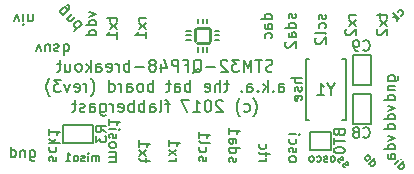
<source format=gbo>
G04 #@! TF.FileFunction,Legend,Bot*
%FSLAX46Y46*%
G04 Gerber Fmt 4.6, Leading zero omitted, Abs format (unit mm)*
G04 Created by KiCad (PCBNEW 4.0.7) date Monday, 20 November 2017 'AMt' 10:57:52*
%MOMM*%
%LPD*%
G01*
G04 APERTURE LIST*
%ADD10C,0.100000*%
%ADD11C,0.127000*%
%ADD12C,0.200000*%
%ADD13C,0.149860*%
%ADD14C,0.150000*%
%ADD15C,0.250000*%
G04 APERTURE END LIST*
D10*
D11*
X160149999Y-107809467D02*
X160149999Y-107342800D01*
X160149999Y-107409467D02*
X160116666Y-107376133D01*
X160049999Y-107342800D01*
X159949999Y-107342800D01*
X159883333Y-107376133D01*
X159849999Y-107442800D01*
X159849999Y-107809467D01*
X159849999Y-107442800D02*
X159816666Y-107376133D01*
X159749999Y-107342800D01*
X159649999Y-107342800D01*
X159583333Y-107376133D01*
X159549999Y-107442800D01*
X159549999Y-107809467D01*
X159216666Y-107809467D02*
X159216666Y-107342800D01*
X159216666Y-107109467D02*
X159250000Y-107142800D01*
X159216666Y-107176133D01*
X159183333Y-107142800D01*
X159216666Y-107109467D01*
X159216666Y-107176133D01*
X158916667Y-107776133D02*
X158850000Y-107809467D01*
X158716667Y-107809467D01*
X158650000Y-107776133D01*
X158616667Y-107709467D01*
X158616667Y-107676133D01*
X158650000Y-107609467D01*
X158716667Y-107576133D01*
X158816667Y-107576133D01*
X158883333Y-107542800D01*
X158916667Y-107476133D01*
X158916667Y-107442800D01*
X158883333Y-107376133D01*
X158816667Y-107342800D01*
X158716667Y-107342800D01*
X158650000Y-107376133D01*
X158216666Y-107809467D02*
X158283333Y-107776133D01*
X158316666Y-107742800D01*
X158350000Y-107676133D01*
X158350000Y-107476133D01*
X158316666Y-107409467D01*
X158283333Y-107376133D01*
X158216666Y-107342800D01*
X158116666Y-107342800D01*
X158050000Y-107376133D01*
X158016666Y-107409467D01*
X157983333Y-107476133D01*
X157983333Y-107676133D01*
X158016666Y-107742800D01*
X158050000Y-107776133D01*
X158116666Y-107809467D01*
X158216666Y-107809467D01*
X157316667Y-107809467D02*
X157716667Y-107809467D01*
X157516667Y-107809467D02*
X157516667Y-107109467D01*
X157583333Y-107209467D01*
X157650000Y-107276133D01*
X157716667Y-107309467D01*
X180954067Y-108329760D02*
X180883355Y-108306190D01*
X180789075Y-108211909D01*
X180765505Y-108141198D01*
X180789075Y-108070488D01*
X180812645Y-108046917D01*
X180883355Y-108023347D01*
X180954067Y-108046917D01*
X181024777Y-108117628D01*
X181095487Y-108141198D01*
X181166199Y-108117628D01*
X181189769Y-108094058D01*
X181213339Y-108023347D01*
X181189769Y-107952637D01*
X181119058Y-107881926D01*
X181048347Y-107858355D01*
X180553373Y-107929066D02*
X180482661Y-107905496D01*
X180388381Y-107811215D01*
X180364811Y-107740504D01*
X180388381Y-107669794D01*
X180411951Y-107646223D01*
X180482661Y-107622653D01*
X180553373Y-107646223D01*
X180624083Y-107716934D01*
X180694793Y-107740504D01*
X180765505Y-107716934D01*
X180789075Y-107693364D01*
X180812645Y-107622653D01*
X180789075Y-107551943D01*
X180718364Y-107481232D01*
X180647653Y-107457661D01*
D12*
X174806429Y-100177762D02*
X174663572Y-100225381D01*
X174425476Y-100225381D01*
X174330238Y-100177762D01*
X174282619Y-100130143D01*
X174235000Y-100034905D01*
X174235000Y-99939667D01*
X174282619Y-99844429D01*
X174330238Y-99796810D01*
X174425476Y-99749190D01*
X174615953Y-99701571D01*
X174711191Y-99653952D01*
X174758810Y-99606333D01*
X174806429Y-99511095D01*
X174806429Y-99415857D01*
X174758810Y-99320619D01*
X174711191Y-99273000D01*
X174615953Y-99225381D01*
X174377857Y-99225381D01*
X174235000Y-99273000D01*
X173949286Y-99225381D02*
X173377857Y-99225381D01*
X173663572Y-100225381D02*
X173663572Y-99225381D01*
X173044524Y-100225381D02*
X173044524Y-99225381D01*
X172711190Y-99939667D01*
X172377857Y-99225381D01*
X172377857Y-100225381D01*
X171996905Y-99225381D02*
X171377857Y-99225381D01*
X171711191Y-99606333D01*
X171568333Y-99606333D01*
X171473095Y-99653952D01*
X171425476Y-99701571D01*
X171377857Y-99796810D01*
X171377857Y-100034905D01*
X171425476Y-100130143D01*
X171473095Y-100177762D01*
X171568333Y-100225381D01*
X171854048Y-100225381D01*
X171949286Y-100177762D01*
X171996905Y-100130143D01*
X170996905Y-99320619D02*
X170949286Y-99273000D01*
X170854048Y-99225381D01*
X170615952Y-99225381D01*
X170520714Y-99273000D01*
X170473095Y-99320619D01*
X170425476Y-99415857D01*
X170425476Y-99511095D01*
X170473095Y-99653952D01*
X171044524Y-100225381D01*
X170425476Y-100225381D01*
X169996905Y-99844429D02*
X169235000Y-99844429D01*
X168092143Y-100320619D02*
X168187381Y-100273000D01*
X168282619Y-100177762D01*
X168425476Y-100034905D01*
X168520715Y-99987286D01*
X168615953Y-99987286D01*
X168568334Y-100225381D02*
X168663572Y-100177762D01*
X168758810Y-100082524D01*
X168806429Y-99892048D01*
X168806429Y-99558714D01*
X168758810Y-99368238D01*
X168663572Y-99273000D01*
X168568334Y-99225381D01*
X168377857Y-99225381D01*
X168282619Y-99273000D01*
X168187381Y-99368238D01*
X168139762Y-99558714D01*
X168139762Y-99892048D01*
X168187381Y-100082524D01*
X168282619Y-100177762D01*
X168377857Y-100225381D01*
X168568334Y-100225381D01*
X167377857Y-99701571D02*
X167711191Y-99701571D01*
X167711191Y-100225381D02*
X167711191Y-99225381D01*
X167235000Y-99225381D01*
X166854048Y-100225381D02*
X166854048Y-99225381D01*
X166473095Y-99225381D01*
X166377857Y-99273000D01*
X166330238Y-99320619D01*
X166282619Y-99415857D01*
X166282619Y-99558714D01*
X166330238Y-99653952D01*
X166377857Y-99701571D01*
X166473095Y-99749190D01*
X166854048Y-99749190D01*
X165425476Y-99558714D02*
X165425476Y-100225381D01*
X165663572Y-99177762D02*
X165901667Y-99892048D01*
X165282619Y-99892048D01*
X164758810Y-99653952D02*
X164854048Y-99606333D01*
X164901667Y-99558714D01*
X164949286Y-99463476D01*
X164949286Y-99415857D01*
X164901667Y-99320619D01*
X164854048Y-99273000D01*
X164758810Y-99225381D01*
X164568333Y-99225381D01*
X164473095Y-99273000D01*
X164425476Y-99320619D01*
X164377857Y-99415857D01*
X164377857Y-99463476D01*
X164425476Y-99558714D01*
X164473095Y-99606333D01*
X164568333Y-99653952D01*
X164758810Y-99653952D01*
X164854048Y-99701571D01*
X164901667Y-99749190D01*
X164949286Y-99844429D01*
X164949286Y-100034905D01*
X164901667Y-100130143D01*
X164854048Y-100177762D01*
X164758810Y-100225381D01*
X164568333Y-100225381D01*
X164473095Y-100177762D01*
X164425476Y-100130143D01*
X164377857Y-100034905D01*
X164377857Y-99844429D01*
X164425476Y-99749190D01*
X164473095Y-99701571D01*
X164568333Y-99653952D01*
X163949286Y-99844429D02*
X163187381Y-99844429D01*
X162711191Y-100225381D02*
X162711191Y-99225381D01*
X162711191Y-99606333D02*
X162615953Y-99558714D01*
X162425476Y-99558714D01*
X162330238Y-99606333D01*
X162282619Y-99653952D01*
X162235000Y-99749190D01*
X162235000Y-100034905D01*
X162282619Y-100130143D01*
X162330238Y-100177762D01*
X162425476Y-100225381D01*
X162615953Y-100225381D01*
X162711191Y-100177762D01*
X161806429Y-100225381D02*
X161806429Y-99558714D01*
X161806429Y-99749190D02*
X161758810Y-99653952D01*
X161711191Y-99606333D01*
X161615953Y-99558714D01*
X161520714Y-99558714D01*
X160806428Y-100177762D02*
X160901666Y-100225381D01*
X161092143Y-100225381D01*
X161187381Y-100177762D01*
X161235000Y-100082524D01*
X161235000Y-99701571D01*
X161187381Y-99606333D01*
X161092143Y-99558714D01*
X160901666Y-99558714D01*
X160806428Y-99606333D01*
X160758809Y-99701571D01*
X160758809Y-99796810D01*
X161235000Y-99892048D01*
X159901666Y-100225381D02*
X159901666Y-99701571D01*
X159949285Y-99606333D01*
X160044523Y-99558714D01*
X160235000Y-99558714D01*
X160330238Y-99606333D01*
X159901666Y-100177762D02*
X159996904Y-100225381D01*
X160235000Y-100225381D01*
X160330238Y-100177762D01*
X160377857Y-100082524D01*
X160377857Y-99987286D01*
X160330238Y-99892048D01*
X160235000Y-99844429D01*
X159996904Y-99844429D01*
X159901666Y-99796810D01*
X159425476Y-100225381D02*
X159425476Y-99225381D01*
X159330238Y-99844429D02*
X159044523Y-100225381D01*
X159044523Y-99558714D02*
X159425476Y-99939667D01*
X158473095Y-100225381D02*
X158568333Y-100177762D01*
X158615952Y-100130143D01*
X158663571Y-100034905D01*
X158663571Y-99749190D01*
X158615952Y-99653952D01*
X158568333Y-99606333D01*
X158473095Y-99558714D01*
X158330237Y-99558714D01*
X158234999Y-99606333D01*
X158187380Y-99653952D01*
X158139761Y-99749190D01*
X158139761Y-100034905D01*
X158187380Y-100130143D01*
X158234999Y-100177762D01*
X158330237Y-100225381D01*
X158473095Y-100225381D01*
X157282618Y-99558714D02*
X157282618Y-100225381D01*
X157711190Y-99558714D02*
X157711190Y-100082524D01*
X157663571Y-100177762D01*
X157568333Y-100225381D01*
X157425475Y-100225381D01*
X157330237Y-100177762D01*
X157282618Y-100130143D01*
X156949285Y-99558714D02*
X156568333Y-99558714D01*
X156806428Y-99225381D02*
X156806428Y-100082524D01*
X156758809Y-100177762D01*
X156663571Y-100225381D01*
X156568333Y-100225381D01*
X175354049Y-101925381D02*
X175354049Y-101401571D01*
X175401668Y-101306333D01*
X175496906Y-101258714D01*
X175687383Y-101258714D01*
X175782621Y-101306333D01*
X175354049Y-101877762D02*
X175449287Y-101925381D01*
X175687383Y-101925381D01*
X175782621Y-101877762D01*
X175830240Y-101782524D01*
X175830240Y-101687286D01*
X175782621Y-101592048D01*
X175687383Y-101544429D01*
X175449287Y-101544429D01*
X175354049Y-101496810D01*
X174877859Y-101830143D02*
X174830240Y-101877762D01*
X174877859Y-101925381D01*
X174925478Y-101877762D01*
X174877859Y-101830143D01*
X174877859Y-101925381D01*
X174401669Y-101925381D02*
X174401669Y-100925381D01*
X174306431Y-101544429D02*
X174020716Y-101925381D01*
X174020716Y-101258714D02*
X174401669Y-101639667D01*
X173592145Y-101830143D02*
X173544526Y-101877762D01*
X173592145Y-101925381D01*
X173639764Y-101877762D01*
X173592145Y-101830143D01*
X173592145Y-101925381D01*
X172687383Y-101925381D02*
X172687383Y-101401571D01*
X172735002Y-101306333D01*
X172830240Y-101258714D01*
X173020717Y-101258714D01*
X173115955Y-101306333D01*
X172687383Y-101877762D02*
X172782621Y-101925381D01*
X173020717Y-101925381D01*
X173115955Y-101877762D01*
X173163574Y-101782524D01*
X173163574Y-101687286D01*
X173115955Y-101592048D01*
X173020717Y-101544429D01*
X172782621Y-101544429D01*
X172687383Y-101496810D01*
X172211193Y-101830143D02*
X172163574Y-101877762D01*
X172211193Y-101925381D01*
X172258812Y-101877762D01*
X172211193Y-101830143D01*
X172211193Y-101925381D01*
X171115955Y-101258714D02*
X170735003Y-101258714D01*
X170973098Y-100925381D02*
X170973098Y-101782524D01*
X170925479Y-101877762D01*
X170830241Y-101925381D01*
X170735003Y-101925381D01*
X170401669Y-101925381D02*
X170401669Y-100925381D01*
X169973097Y-101925381D02*
X169973097Y-101401571D01*
X170020716Y-101306333D01*
X170115954Y-101258714D01*
X170258812Y-101258714D01*
X170354050Y-101306333D01*
X170401669Y-101353952D01*
X169115954Y-101877762D02*
X169211192Y-101925381D01*
X169401669Y-101925381D01*
X169496907Y-101877762D01*
X169544526Y-101782524D01*
X169544526Y-101401571D01*
X169496907Y-101306333D01*
X169401669Y-101258714D01*
X169211192Y-101258714D01*
X169115954Y-101306333D01*
X169068335Y-101401571D01*
X169068335Y-101496810D01*
X169544526Y-101592048D01*
X167877859Y-101925381D02*
X167877859Y-100925381D01*
X167877859Y-101306333D02*
X167782621Y-101258714D01*
X167592144Y-101258714D01*
X167496906Y-101306333D01*
X167449287Y-101353952D01*
X167401668Y-101449190D01*
X167401668Y-101734905D01*
X167449287Y-101830143D01*
X167496906Y-101877762D01*
X167592144Y-101925381D01*
X167782621Y-101925381D01*
X167877859Y-101877762D01*
X166544525Y-101925381D02*
X166544525Y-101401571D01*
X166592144Y-101306333D01*
X166687382Y-101258714D01*
X166877859Y-101258714D01*
X166973097Y-101306333D01*
X166544525Y-101877762D02*
X166639763Y-101925381D01*
X166877859Y-101925381D01*
X166973097Y-101877762D01*
X167020716Y-101782524D01*
X167020716Y-101687286D01*
X166973097Y-101592048D01*
X166877859Y-101544429D01*
X166639763Y-101544429D01*
X166544525Y-101496810D01*
X166211192Y-101258714D02*
X165830240Y-101258714D01*
X166068335Y-100925381D02*
X166068335Y-101782524D01*
X166020716Y-101877762D01*
X165925478Y-101925381D01*
X165830240Y-101925381D01*
X164735001Y-101925381D02*
X164735001Y-100925381D01*
X164735001Y-101306333D02*
X164639763Y-101258714D01*
X164449286Y-101258714D01*
X164354048Y-101306333D01*
X164306429Y-101353952D01*
X164258810Y-101449190D01*
X164258810Y-101734905D01*
X164306429Y-101830143D01*
X164354048Y-101877762D01*
X164449286Y-101925381D01*
X164639763Y-101925381D01*
X164735001Y-101877762D01*
X163687382Y-101925381D02*
X163782620Y-101877762D01*
X163830239Y-101830143D01*
X163877858Y-101734905D01*
X163877858Y-101449190D01*
X163830239Y-101353952D01*
X163782620Y-101306333D01*
X163687382Y-101258714D01*
X163544524Y-101258714D01*
X163449286Y-101306333D01*
X163401667Y-101353952D01*
X163354048Y-101449190D01*
X163354048Y-101734905D01*
X163401667Y-101830143D01*
X163449286Y-101877762D01*
X163544524Y-101925381D01*
X163687382Y-101925381D01*
X162496905Y-101925381D02*
X162496905Y-101401571D01*
X162544524Y-101306333D01*
X162639762Y-101258714D01*
X162830239Y-101258714D01*
X162925477Y-101306333D01*
X162496905Y-101877762D02*
X162592143Y-101925381D01*
X162830239Y-101925381D01*
X162925477Y-101877762D01*
X162973096Y-101782524D01*
X162973096Y-101687286D01*
X162925477Y-101592048D01*
X162830239Y-101544429D01*
X162592143Y-101544429D01*
X162496905Y-101496810D01*
X162020715Y-101925381D02*
X162020715Y-101258714D01*
X162020715Y-101449190D02*
X161973096Y-101353952D01*
X161925477Y-101306333D01*
X161830239Y-101258714D01*
X161735000Y-101258714D01*
X160973095Y-101925381D02*
X160973095Y-100925381D01*
X160973095Y-101877762D02*
X161068333Y-101925381D01*
X161258810Y-101925381D01*
X161354048Y-101877762D01*
X161401667Y-101830143D01*
X161449286Y-101734905D01*
X161449286Y-101449190D01*
X161401667Y-101353952D01*
X161354048Y-101306333D01*
X161258810Y-101258714D01*
X161068333Y-101258714D01*
X160973095Y-101306333D01*
X159449285Y-102306333D02*
X159496905Y-102258714D01*
X159592143Y-102115857D01*
X159639762Y-102020619D01*
X159687381Y-101877762D01*
X159735000Y-101639667D01*
X159735000Y-101449190D01*
X159687381Y-101211095D01*
X159639762Y-101068238D01*
X159592143Y-100973000D01*
X159496905Y-100830143D01*
X159449285Y-100782524D01*
X159068333Y-101925381D02*
X159068333Y-101258714D01*
X159068333Y-101449190D02*
X159020714Y-101353952D01*
X158973095Y-101306333D01*
X158877857Y-101258714D01*
X158782618Y-101258714D01*
X158068332Y-101877762D02*
X158163570Y-101925381D01*
X158354047Y-101925381D01*
X158449285Y-101877762D01*
X158496904Y-101782524D01*
X158496904Y-101401571D01*
X158449285Y-101306333D01*
X158354047Y-101258714D01*
X158163570Y-101258714D01*
X158068332Y-101306333D01*
X158020713Y-101401571D01*
X158020713Y-101496810D01*
X158496904Y-101592048D01*
X157687380Y-101258714D02*
X157449285Y-101925381D01*
X157211189Y-101258714D01*
X156925475Y-100925381D02*
X156306427Y-100925381D01*
X156639761Y-101306333D01*
X156496903Y-101306333D01*
X156401665Y-101353952D01*
X156354046Y-101401571D01*
X156306427Y-101496810D01*
X156306427Y-101734905D01*
X156354046Y-101830143D01*
X156401665Y-101877762D01*
X156496903Y-101925381D01*
X156782618Y-101925381D01*
X156877856Y-101877762D01*
X156925475Y-101830143D01*
X155973094Y-102306333D02*
X155925475Y-102258714D01*
X155830237Y-102115857D01*
X155782618Y-102020619D01*
X155734999Y-101877762D01*
X155687380Y-101639667D01*
X155687380Y-101449190D01*
X155734999Y-101211095D01*
X155782618Y-101068238D01*
X155830237Y-100973000D01*
X155925475Y-100830143D01*
X155973094Y-100782524D01*
X173211192Y-104006333D02*
X173258812Y-103958714D01*
X173354050Y-103815857D01*
X173401669Y-103720619D01*
X173449288Y-103577762D01*
X173496907Y-103339667D01*
X173496907Y-103149190D01*
X173449288Y-102911095D01*
X173401669Y-102768238D01*
X173354050Y-102673000D01*
X173258812Y-102530143D01*
X173211192Y-102482524D01*
X172401668Y-103577762D02*
X172496906Y-103625381D01*
X172687383Y-103625381D01*
X172782621Y-103577762D01*
X172830240Y-103530143D01*
X172877859Y-103434905D01*
X172877859Y-103149190D01*
X172830240Y-103053952D01*
X172782621Y-103006333D01*
X172687383Y-102958714D01*
X172496906Y-102958714D01*
X172401668Y-103006333D01*
X172068335Y-104006333D02*
X172020716Y-103958714D01*
X171925478Y-103815857D01*
X171877859Y-103720619D01*
X171830240Y-103577762D01*
X171782621Y-103339667D01*
X171782621Y-103149190D01*
X171830240Y-102911095D01*
X171877859Y-102768238D01*
X171925478Y-102673000D01*
X172020716Y-102530143D01*
X172068335Y-102482524D01*
X170592144Y-102720619D02*
X170544525Y-102673000D01*
X170449287Y-102625381D01*
X170211191Y-102625381D01*
X170115953Y-102673000D01*
X170068334Y-102720619D01*
X170020715Y-102815857D01*
X170020715Y-102911095D01*
X170068334Y-103053952D01*
X170639763Y-103625381D01*
X170020715Y-103625381D01*
X169401668Y-102625381D02*
X169306429Y-102625381D01*
X169211191Y-102673000D01*
X169163572Y-102720619D01*
X169115953Y-102815857D01*
X169068334Y-103006333D01*
X169068334Y-103244429D01*
X169115953Y-103434905D01*
X169163572Y-103530143D01*
X169211191Y-103577762D01*
X169306429Y-103625381D01*
X169401668Y-103625381D01*
X169496906Y-103577762D01*
X169544525Y-103530143D01*
X169592144Y-103434905D01*
X169639763Y-103244429D01*
X169639763Y-103006333D01*
X169592144Y-102815857D01*
X169544525Y-102720619D01*
X169496906Y-102673000D01*
X169401668Y-102625381D01*
X168115953Y-103625381D02*
X168687382Y-103625381D01*
X168401668Y-103625381D02*
X168401668Y-102625381D01*
X168496906Y-102768238D01*
X168592144Y-102863476D01*
X168687382Y-102911095D01*
X167782620Y-102625381D02*
X167115953Y-102625381D01*
X167544525Y-103625381D01*
X166115953Y-102958714D02*
X165735001Y-102958714D01*
X165973096Y-103625381D02*
X165973096Y-102768238D01*
X165925477Y-102673000D01*
X165830239Y-102625381D01*
X165735001Y-102625381D01*
X165258810Y-103625381D02*
X165354048Y-103577762D01*
X165401667Y-103482524D01*
X165401667Y-102625381D01*
X164449285Y-103625381D02*
X164449285Y-103101571D01*
X164496904Y-103006333D01*
X164592142Y-102958714D01*
X164782619Y-102958714D01*
X164877857Y-103006333D01*
X164449285Y-103577762D02*
X164544523Y-103625381D01*
X164782619Y-103625381D01*
X164877857Y-103577762D01*
X164925476Y-103482524D01*
X164925476Y-103387286D01*
X164877857Y-103292048D01*
X164782619Y-103244429D01*
X164544523Y-103244429D01*
X164449285Y-103196810D01*
X163973095Y-103625381D02*
X163973095Y-102625381D01*
X163973095Y-103006333D02*
X163877857Y-102958714D01*
X163687380Y-102958714D01*
X163592142Y-103006333D01*
X163544523Y-103053952D01*
X163496904Y-103149190D01*
X163496904Y-103434905D01*
X163544523Y-103530143D01*
X163592142Y-103577762D01*
X163687380Y-103625381D01*
X163877857Y-103625381D01*
X163973095Y-103577762D01*
X163068333Y-103625381D02*
X163068333Y-102625381D01*
X163068333Y-103006333D02*
X162973095Y-102958714D01*
X162782618Y-102958714D01*
X162687380Y-103006333D01*
X162639761Y-103053952D01*
X162592142Y-103149190D01*
X162592142Y-103434905D01*
X162639761Y-103530143D01*
X162687380Y-103577762D01*
X162782618Y-103625381D01*
X162973095Y-103625381D01*
X163068333Y-103577762D01*
X161782618Y-103577762D02*
X161877856Y-103625381D01*
X162068333Y-103625381D01*
X162163571Y-103577762D01*
X162211190Y-103482524D01*
X162211190Y-103101571D01*
X162163571Y-103006333D01*
X162068333Y-102958714D01*
X161877856Y-102958714D01*
X161782618Y-103006333D01*
X161734999Y-103101571D01*
X161734999Y-103196810D01*
X162211190Y-103292048D01*
X161306428Y-103625381D02*
X161306428Y-102958714D01*
X161306428Y-103149190D02*
X161258809Y-103053952D01*
X161211190Y-103006333D01*
X161115952Y-102958714D01*
X161020713Y-102958714D01*
X160258808Y-102958714D02*
X160258808Y-103768238D01*
X160306427Y-103863476D01*
X160354046Y-103911095D01*
X160449285Y-103958714D01*
X160592142Y-103958714D01*
X160687380Y-103911095D01*
X160258808Y-103577762D02*
X160354046Y-103625381D01*
X160544523Y-103625381D01*
X160639761Y-103577762D01*
X160687380Y-103530143D01*
X160734999Y-103434905D01*
X160734999Y-103149190D01*
X160687380Y-103053952D01*
X160639761Y-103006333D01*
X160544523Y-102958714D01*
X160354046Y-102958714D01*
X160258808Y-103006333D01*
X159354046Y-103625381D02*
X159354046Y-103101571D01*
X159401665Y-103006333D01*
X159496903Y-102958714D01*
X159687380Y-102958714D01*
X159782618Y-103006333D01*
X159354046Y-103577762D02*
X159449284Y-103625381D01*
X159687380Y-103625381D01*
X159782618Y-103577762D01*
X159830237Y-103482524D01*
X159830237Y-103387286D01*
X159782618Y-103292048D01*
X159687380Y-103244429D01*
X159449284Y-103244429D01*
X159354046Y-103196810D01*
X158925475Y-103577762D02*
X158830237Y-103625381D01*
X158639761Y-103625381D01*
X158544522Y-103577762D01*
X158496903Y-103482524D01*
X158496903Y-103434905D01*
X158544522Y-103339667D01*
X158639761Y-103292048D01*
X158782618Y-103292048D01*
X158877856Y-103244429D01*
X158925475Y-103149190D01*
X158925475Y-103101571D01*
X158877856Y-103006333D01*
X158782618Y-102958714D01*
X158639761Y-102958714D01*
X158544522Y-103006333D01*
X158211189Y-102958714D02*
X157830237Y-102958714D01*
X158068332Y-102625381D02*
X158068332Y-103482524D01*
X158020713Y-103577762D01*
X157925475Y-103625381D01*
X157830237Y-103625381D01*
D13*
X177317763Y-100785023D02*
X176418603Y-100785023D01*
X177317763Y-101170377D02*
X176846774Y-101170377D01*
X176761140Y-101127560D01*
X176718323Y-101041926D01*
X176718323Y-100913474D01*
X176761140Y-100827840D01*
X176803957Y-100785023D01*
X177274946Y-101555732D02*
X177317763Y-101641366D01*
X177317763Y-101812634D01*
X177274946Y-101898269D01*
X177189311Y-101941086D01*
X177146494Y-101941086D01*
X177060860Y-101898269D01*
X177018043Y-101812634D01*
X177018043Y-101684183D01*
X176975226Y-101598549D01*
X176889591Y-101555732D01*
X176846774Y-101555732D01*
X176761140Y-101598549D01*
X176718323Y-101684183D01*
X176718323Y-101812634D01*
X176761140Y-101898269D01*
X177274946Y-102668977D02*
X177317763Y-102583343D01*
X177317763Y-102412074D01*
X177274946Y-102326440D01*
X177189311Y-102283623D01*
X176846774Y-102283623D01*
X176761140Y-102326440D01*
X176718323Y-102412074D01*
X176718323Y-102583343D01*
X176761140Y-102668977D01*
X176846774Y-102711794D01*
X176932409Y-102711794D01*
X177018043Y-102283623D01*
X171213054Y-107860374D02*
X171170237Y-107774740D01*
X171170237Y-107603472D01*
X171213054Y-107517837D01*
X171298689Y-107475020D01*
X171341506Y-107475020D01*
X171427140Y-107517837D01*
X171469957Y-107603472D01*
X171469957Y-107731923D01*
X171512774Y-107817557D01*
X171598409Y-107860374D01*
X171641226Y-107860374D01*
X171726860Y-107817557D01*
X171769677Y-107731923D01*
X171769677Y-107603472D01*
X171726860Y-107517837D01*
X171170237Y-106704312D02*
X172069397Y-106704312D01*
X171213054Y-106704312D02*
X171170237Y-106789946D01*
X171170237Y-106961215D01*
X171213054Y-107046849D01*
X171255871Y-107089666D01*
X171341506Y-107132483D01*
X171598409Y-107132483D01*
X171684043Y-107089666D01*
X171726860Y-107046849D01*
X171769677Y-106961215D01*
X171769677Y-106789946D01*
X171726860Y-106704312D01*
X171170237Y-105890786D02*
X171641226Y-105890786D01*
X171726860Y-105933603D01*
X171769677Y-106019237D01*
X171769677Y-106190506D01*
X171726860Y-106276140D01*
X171213054Y-105890786D02*
X171170237Y-105976420D01*
X171170237Y-106190506D01*
X171213054Y-106276140D01*
X171298689Y-106318957D01*
X171384323Y-106318957D01*
X171469957Y-106276140D01*
X171512774Y-106190506D01*
X171512774Y-105976420D01*
X171555591Y-105890786D01*
X171170237Y-104991626D02*
X171170237Y-105505431D01*
X171170237Y-105248529D02*
X172069397Y-105248529D01*
X171940946Y-105334163D01*
X171855311Y-105419797D01*
X171812494Y-105505431D01*
X168673054Y-107794697D02*
X168630237Y-107709063D01*
X168630237Y-107537795D01*
X168673054Y-107452160D01*
X168758689Y-107409343D01*
X168801506Y-107409343D01*
X168887140Y-107452160D01*
X168929957Y-107537795D01*
X168929957Y-107666246D01*
X168972774Y-107751880D01*
X169058409Y-107794697D01*
X169101226Y-107794697D01*
X169186860Y-107751880D01*
X169229677Y-107666246D01*
X169229677Y-107537795D01*
X169186860Y-107452160D01*
X168673054Y-106638635D02*
X168630237Y-106724269D01*
X168630237Y-106895538D01*
X168673054Y-106981172D01*
X168715871Y-107023989D01*
X168801506Y-107066806D01*
X169058409Y-107066806D01*
X169144043Y-107023989D01*
X169186860Y-106981172D01*
X169229677Y-106895538D01*
X169229677Y-106724269D01*
X169186860Y-106638635D01*
X168630237Y-106124829D02*
X168673054Y-106210463D01*
X168758689Y-106253280D01*
X169529397Y-106253280D01*
X168630237Y-105311303D02*
X168630237Y-105825108D01*
X168630237Y-105568206D02*
X169529397Y-105568206D01*
X169400946Y-105653840D01*
X169315311Y-105739474D01*
X169272494Y-105825108D01*
X166090237Y-107790342D02*
X166689677Y-107790342D01*
X166518409Y-107790342D02*
X166604043Y-107747525D01*
X166646860Y-107704708D01*
X166689677Y-107619074D01*
X166689677Y-107533439D01*
X166090237Y-107319354D02*
X166689677Y-106848365D01*
X166689677Y-107319354D02*
X166090237Y-106848365D01*
X166090237Y-106034840D02*
X166090237Y-106548645D01*
X166090237Y-106291743D02*
X166989397Y-106291743D01*
X166860946Y-106377377D01*
X166775311Y-106463011D01*
X166732494Y-106548645D01*
X164149677Y-107897386D02*
X164149677Y-107554849D01*
X164449397Y-107768934D02*
X163678689Y-107768934D01*
X163593054Y-107726117D01*
X163550237Y-107640483D01*
X163550237Y-107554849D01*
X163550237Y-107340763D02*
X164149677Y-106869774D01*
X164149677Y-107340763D02*
X163550237Y-106869774D01*
X163550237Y-106056249D02*
X163550237Y-106570054D01*
X163550237Y-106313152D02*
X164449397Y-106313152D01*
X164320946Y-106398786D01*
X164235311Y-106484420D01*
X164192494Y-106570054D01*
X155973054Y-107796148D02*
X155930237Y-107710514D01*
X155930237Y-107539246D01*
X155973054Y-107453611D01*
X156058689Y-107410794D01*
X156101506Y-107410794D01*
X156187140Y-107453611D01*
X156229957Y-107539246D01*
X156229957Y-107667697D01*
X156272774Y-107753331D01*
X156358409Y-107796148D01*
X156401226Y-107796148D01*
X156486860Y-107753331D01*
X156529677Y-107667697D01*
X156529677Y-107539246D01*
X156486860Y-107453611D01*
X155973054Y-106640086D02*
X155930237Y-106725720D01*
X155930237Y-106896989D01*
X155973054Y-106982623D01*
X156015871Y-107025440D01*
X156101506Y-107068257D01*
X156358409Y-107068257D01*
X156444043Y-107025440D01*
X156486860Y-106982623D01*
X156529677Y-106896989D01*
X156529677Y-106725720D01*
X156486860Y-106640086D01*
X155930237Y-106254731D02*
X156829397Y-106254731D01*
X156272774Y-106169097D02*
X155930237Y-105912194D01*
X156529677Y-105912194D02*
X156187140Y-106254731D01*
X155930237Y-105055852D02*
X155930237Y-105569657D01*
X155930237Y-105312755D02*
X156829397Y-105312755D01*
X156700946Y-105398389D01*
X156615311Y-105484023D01*
X156572494Y-105569657D01*
X161010237Y-107843319D02*
X161609677Y-107843319D01*
X161524043Y-107843319D02*
X161566860Y-107800502D01*
X161609677Y-107714868D01*
X161609677Y-107586416D01*
X161566860Y-107500782D01*
X161481226Y-107457965D01*
X161010237Y-107457965D01*
X161481226Y-107457965D02*
X161566860Y-107415148D01*
X161609677Y-107329514D01*
X161609677Y-107201062D01*
X161566860Y-107115428D01*
X161481226Y-107072611D01*
X161010237Y-107072611D01*
X161010237Y-106515988D02*
X161053054Y-106601622D01*
X161095871Y-106644439D01*
X161181506Y-106687256D01*
X161438409Y-106687256D01*
X161524043Y-106644439D01*
X161566860Y-106601622D01*
X161609677Y-106515988D01*
X161609677Y-106387536D01*
X161566860Y-106301902D01*
X161524043Y-106259085D01*
X161438409Y-106216268D01*
X161181506Y-106216268D01*
X161095871Y-106259085D01*
X161053054Y-106301902D01*
X161010237Y-106387536D01*
X161010237Y-106515988D01*
X161053054Y-105873730D02*
X161010237Y-105788096D01*
X161010237Y-105616828D01*
X161053054Y-105531193D01*
X161138689Y-105488376D01*
X161181506Y-105488376D01*
X161267140Y-105531193D01*
X161309957Y-105616828D01*
X161309957Y-105745279D01*
X161352774Y-105830913D01*
X161438409Y-105873730D01*
X161481226Y-105873730D01*
X161566860Y-105830913D01*
X161609677Y-105745279D01*
X161609677Y-105616828D01*
X161566860Y-105531193D01*
X161010237Y-105103022D02*
X161609677Y-105103022D01*
X161909397Y-105103022D02*
X161866580Y-105145839D01*
X161823763Y-105103022D01*
X161866580Y-105060205D01*
X161909397Y-105103022D01*
X161823763Y-105103022D01*
X161010237Y-104203863D02*
X161010237Y-104717668D01*
X161010237Y-104460766D02*
X161909397Y-104460766D01*
X161780946Y-104546400D01*
X161695311Y-104632034D01*
X161652494Y-104717668D01*
D11*
X183027933Y-108037768D02*
X183522908Y-107542793D01*
X183051504Y-108014197D02*
X183075074Y-108084909D01*
X183169355Y-108179189D01*
X183240066Y-108202759D01*
X183287206Y-108202759D01*
X183357917Y-108179189D01*
X183499339Y-108037768D01*
X183522908Y-107967057D01*
X183522909Y-107919917D01*
X183499338Y-107849206D01*
X183405057Y-107754925D01*
X183334347Y-107731355D01*
X182721521Y-107731355D02*
X182792232Y-107754925D01*
X182839372Y-107754925D01*
X182910083Y-107731355D01*
X183051505Y-107589934D01*
X183075074Y-107519223D01*
X183075075Y-107472083D01*
X183051504Y-107401372D01*
X182980793Y-107330661D01*
X182910083Y-107307091D01*
X182862942Y-107307091D01*
X182792232Y-107330661D01*
X182650811Y-107472083D01*
X182627240Y-107542793D01*
X182627241Y-107589934D01*
X182650810Y-107660645D01*
X182721521Y-107731355D01*
X185461867Y-108312702D02*
X185956842Y-107817727D01*
X185485438Y-108289131D02*
X185509008Y-108359843D01*
X185603289Y-108454123D01*
X185674000Y-108477693D01*
X185721140Y-108477693D01*
X185791851Y-108454123D01*
X185933273Y-108312702D01*
X185956842Y-108241991D01*
X185956843Y-108194851D01*
X185933272Y-108124140D01*
X185838991Y-108029859D01*
X185768281Y-108006289D01*
X185226165Y-108077000D02*
X185556149Y-107747017D01*
X185721140Y-107582025D02*
X185721141Y-107629166D01*
X185674000Y-107629165D01*
X185674000Y-107582025D01*
X185721140Y-107582025D01*
X185674000Y-107629165D01*
X185702842Y-95494851D02*
X185773553Y-95471281D01*
X185867834Y-95377001D01*
X185891404Y-95306289D01*
X185891404Y-95259149D01*
X185867834Y-95188438D01*
X185726413Y-95047017D01*
X185655702Y-95023447D01*
X185608561Y-95023447D01*
X185537851Y-95047017D01*
X185443570Y-95141298D01*
X185419999Y-95212009D01*
X185514281Y-95730554D02*
X185019306Y-95235579D01*
X185278579Y-95589132D02*
X185325719Y-95919115D01*
X184995736Y-95589132D02*
X185372859Y-95589133D01*
D13*
X183957323Y-95302614D02*
X183957323Y-95645151D01*
X183657603Y-95431066D02*
X184428311Y-95431066D01*
X184513946Y-95473883D01*
X184556763Y-95559517D01*
X184556763Y-95645151D01*
X184556763Y-95859237D02*
X183957323Y-96330226D01*
X183957323Y-95859237D02*
X184556763Y-96330226D01*
X183743237Y-96629946D02*
X183700420Y-96672763D01*
X183657603Y-96758397D01*
X183657603Y-96972483D01*
X183700420Y-97058117D01*
X183743237Y-97100934D01*
X183828871Y-97143751D01*
X183914506Y-97143751D01*
X184042957Y-97100934D01*
X184556763Y-96587128D01*
X184556763Y-97143751D01*
X181889763Y-95409658D02*
X181290323Y-95409658D01*
X181461591Y-95409658D02*
X181375957Y-95452475D01*
X181333140Y-95495292D01*
X181290323Y-95580926D01*
X181290323Y-95666561D01*
X181889763Y-95880646D02*
X181290323Y-96351635D01*
X181290323Y-95880646D02*
X181889763Y-96351635D01*
X181076237Y-96651355D02*
X181033420Y-96694172D01*
X180990603Y-96779806D01*
X180990603Y-96993892D01*
X181033420Y-97079526D01*
X181076237Y-97122343D01*
X181161871Y-97165160D01*
X181247506Y-97165160D01*
X181375957Y-97122343D01*
X181889763Y-96608537D01*
X181889763Y-97165160D01*
X173710237Y-107767483D02*
X174309677Y-107767483D01*
X174138409Y-107767483D02*
X174224043Y-107724666D01*
X174266860Y-107681849D01*
X174309677Y-107596215D01*
X174309677Y-107510580D01*
X174309677Y-107339312D02*
X174309677Y-106996775D01*
X174609397Y-107210860D02*
X173838689Y-107210860D01*
X173753054Y-107168043D01*
X173710237Y-107082409D01*
X173710237Y-106996775D01*
X173753054Y-106311700D02*
X173710237Y-106397334D01*
X173710237Y-106568603D01*
X173753054Y-106654237D01*
X173795871Y-106697054D01*
X173881506Y-106739871D01*
X174138409Y-106739871D01*
X174224043Y-106697054D01*
X174266860Y-106654237D01*
X174309677Y-106568603D01*
X174309677Y-106397334D01*
X174266860Y-106311700D01*
D11*
X179969199Y-107860267D02*
X180035866Y-107826933D01*
X180069199Y-107793600D01*
X180102533Y-107726933D01*
X180102533Y-107526933D01*
X180069199Y-107460267D01*
X180035866Y-107426933D01*
X179969199Y-107393600D01*
X179869199Y-107393600D01*
X179802533Y-107426933D01*
X179769199Y-107460267D01*
X179735866Y-107526933D01*
X179735866Y-107726933D01*
X179769199Y-107793600D01*
X179802533Y-107826933D01*
X179869199Y-107860267D01*
X179969199Y-107860267D01*
X179469200Y-107826933D02*
X179402533Y-107860267D01*
X179269200Y-107860267D01*
X179202533Y-107826933D01*
X179169200Y-107760267D01*
X179169200Y-107726933D01*
X179202533Y-107660267D01*
X179269200Y-107626933D01*
X179369200Y-107626933D01*
X179435866Y-107593600D01*
X179469200Y-107526933D01*
X179469200Y-107493600D01*
X179435866Y-107426933D01*
X179369200Y-107393600D01*
X179269200Y-107393600D01*
X179202533Y-107426933D01*
X178569199Y-107826933D02*
X178635866Y-107860267D01*
X178769199Y-107860267D01*
X178835866Y-107826933D01*
X178869199Y-107793600D01*
X178902533Y-107726933D01*
X178902533Y-107526933D01*
X178869199Y-107460267D01*
X178835866Y-107426933D01*
X178769199Y-107393600D01*
X178635866Y-107393600D01*
X178569199Y-107426933D01*
X178169199Y-107860267D02*
X178235866Y-107826933D01*
X178269199Y-107793600D01*
X178302533Y-107726933D01*
X178302533Y-107526933D01*
X178269199Y-107460267D01*
X178235866Y-107426933D01*
X178169199Y-107393600D01*
X178069199Y-107393600D01*
X178002533Y-107426933D01*
X177969199Y-107460267D01*
X177935866Y-107526933D01*
X177935866Y-107726933D01*
X177969199Y-107793600D01*
X178002533Y-107826933D01*
X178069199Y-107860267D01*
X178169199Y-107860267D01*
D13*
X176250237Y-107707611D02*
X176293054Y-107793245D01*
X176335871Y-107836062D01*
X176421506Y-107878879D01*
X176678409Y-107878879D01*
X176764043Y-107836062D01*
X176806860Y-107793245D01*
X176849677Y-107707611D01*
X176849677Y-107579159D01*
X176806860Y-107493525D01*
X176764043Y-107450708D01*
X176678409Y-107407891D01*
X176421506Y-107407891D01*
X176335871Y-107450708D01*
X176293054Y-107493525D01*
X176250237Y-107579159D01*
X176250237Y-107707611D01*
X176293054Y-107065353D02*
X176250237Y-106979719D01*
X176250237Y-106808451D01*
X176293054Y-106722816D01*
X176378689Y-106679999D01*
X176421506Y-106679999D01*
X176507140Y-106722816D01*
X176549957Y-106808451D01*
X176549957Y-106936902D01*
X176592774Y-107022536D01*
X176678409Y-107065353D01*
X176721226Y-107065353D01*
X176806860Y-107022536D01*
X176849677Y-106936902D01*
X176849677Y-106808451D01*
X176806860Y-106722816D01*
X176293054Y-105909291D02*
X176250237Y-105994925D01*
X176250237Y-106166194D01*
X176293054Y-106251828D01*
X176335871Y-106294645D01*
X176421506Y-106337462D01*
X176678409Y-106337462D01*
X176764043Y-106294645D01*
X176806860Y-106251828D01*
X176849677Y-106166194D01*
X176849677Y-105994925D01*
X176806860Y-105909291D01*
X176250237Y-105523936D02*
X176849677Y-105523936D01*
X177149397Y-105523936D02*
X177106580Y-105566753D01*
X177063763Y-105523936D01*
X177106580Y-105481119D01*
X177149397Y-105523936D01*
X177063763Y-105523936D01*
X179306946Y-95405303D02*
X179349763Y-95490937D01*
X179349763Y-95662205D01*
X179306946Y-95747840D01*
X179221311Y-95790657D01*
X179178494Y-95790657D01*
X179092860Y-95747840D01*
X179050043Y-95662205D01*
X179050043Y-95533754D01*
X179007226Y-95448120D01*
X178921591Y-95405303D01*
X178878774Y-95405303D01*
X178793140Y-95448120D01*
X178750323Y-95533754D01*
X178750323Y-95662205D01*
X178793140Y-95747840D01*
X179306946Y-96561365D02*
X179349763Y-96475731D01*
X179349763Y-96304462D01*
X179306946Y-96218828D01*
X179264129Y-96176011D01*
X179178494Y-96133194D01*
X178921591Y-96133194D01*
X178835957Y-96176011D01*
X178793140Y-96218828D01*
X178750323Y-96304462D01*
X178750323Y-96475731D01*
X178793140Y-96561365D01*
X179349763Y-97075171D02*
X179306946Y-96989537D01*
X179221311Y-96946720D01*
X178450603Y-96946720D01*
X178536237Y-97374892D02*
X178493420Y-97417709D01*
X178450603Y-97503343D01*
X178450603Y-97717429D01*
X178493420Y-97803063D01*
X178536237Y-97845880D01*
X178621871Y-97888697D01*
X178707506Y-97888697D01*
X178835957Y-97845880D01*
X179349763Y-97332074D01*
X179349763Y-97888697D01*
X176766946Y-95339626D02*
X176809763Y-95425260D01*
X176809763Y-95596528D01*
X176766946Y-95682163D01*
X176681311Y-95724980D01*
X176638494Y-95724980D01*
X176552860Y-95682163D01*
X176510043Y-95596528D01*
X176510043Y-95468077D01*
X176467226Y-95382443D01*
X176381591Y-95339626D01*
X176338774Y-95339626D01*
X176253140Y-95382443D01*
X176210323Y-95468077D01*
X176210323Y-95596528D01*
X176253140Y-95682163D01*
X176809763Y-96495688D02*
X175910603Y-96495688D01*
X176766946Y-96495688D02*
X176809763Y-96410054D01*
X176809763Y-96238785D01*
X176766946Y-96153151D01*
X176724129Y-96110334D01*
X176638494Y-96067517D01*
X176381591Y-96067517D01*
X176295957Y-96110334D01*
X176253140Y-96153151D01*
X176210323Y-96238785D01*
X176210323Y-96410054D01*
X176253140Y-96495688D01*
X176809763Y-97309214D02*
X176338774Y-97309214D01*
X176253140Y-97266397D01*
X176210323Y-97180763D01*
X176210323Y-97009494D01*
X176253140Y-96923860D01*
X176766946Y-97309214D02*
X176809763Y-97223580D01*
X176809763Y-97009494D01*
X176766946Y-96923860D01*
X176681311Y-96881043D01*
X176595677Y-96881043D01*
X176510043Y-96923860D01*
X176467226Y-97009494D01*
X176467226Y-97223580D01*
X176424409Y-97309214D01*
X175996237Y-97694569D02*
X175953420Y-97737386D01*
X175910603Y-97823020D01*
X175910603Y-98037106D01*
X175953420Y-98122740D01*
X175996237Y-98165557D01*
X176081871Y-98208374D01*
X176167506Y-98208374D01*
X176295957Y-98165557D01*
X176809763Y-97651751D01*
X176809763Y-98208374D01*
X174777763Y-95768160D02*
X173878603Y-95768160D01*
X174734946Y-95768160D02*
X174777763Y-95682526D01*
X174777763Y-95511257D01*
X174734946Y-95425623D01*
X174692129Y-95382806D01*
X174606494Y-95339989D01*
X174349591Y-95339989D01*
X174263957Y-95382806D01*
X174221140Y-95425623D01*
X174178323Y-95511257D01*
X174178323Y-95682526D01*
X174221140Y-95768160D01*
X174777763Y-96581686D02*
X174306774Y-96581686D01*
X174221140Y-96538869D01*
X174178323Y-96453235D01*
X174178323Y-96281966D01*
X174221140Y-96196332D01*
X174734946Y-96581686D02*
X174777763Y-96496052D01*
X174777763Y-96281966D01*
X174734946Y-96196332D01*
X174649311Y-96153515D01*
X174563677Y-96153515D01*
X174478043Y-96196332D01*
X174435226Y-96281966D01*
X174435226Y-96496052D01*
X174392409Y-96581686D01*
X174734946Y-97395212D02*
X174777763Y-97309578D01*
X174777763Y-97138309D01*
X174734946Y-97052675D01*
X174692129Y-97009858D01*
X174606494Y-96967041D01*
X174349591Y-96967041D01*
X174263957Y-97009858D01*
X174221140Y-97052675D01*
X174178323Y-97138309D01*
X174178323Y-97309578D01*
X174221140Y-97395212D01*
X161071923Y-95582014D02*
X161071923Y-95924551D01*
X160772203Y-95710466D02*
X161542911Y-95710466D01*
X161628546Y-95753283D01*
X161671363Y-95838917D01*
X161671363Y-95924551D01*
X161671363Y-96138637D02*
X161071923Y-96609626D01*
X161071923Y-96138637D02*
X161671363Y-96609626D01*
X161671363Y-97423151D02*
X161671363Y-96909346D01*
X161671363Y-97166248D02*
X160772203Y-97166248D01*
X160900654Y-97080614D01*
X160986289Y-96994980D01*
X161029106Y-96909346D01*
X164109763Y-95663658D02*
X163510323Y-95663658D01*
X163681591Y-95663658D02*
X163595957Y-95706475D01*
X163553140Y-95749292D01*
X163510323Y-95834926D01*
X163510323Y-95920561D01*
X164109763Y-96134646D02*
X163510323Y-96605635D01*
X163510323Y-96134646D02*
X164109763Y-96605635D01*
X164109763Y-97419160D02*
X164109763Y-96905355D01*
X164109763Y-97162257D02*
X163210603Y-97162257D01*
X163339054Y-97076623D01*
X163424689Y-96990989D01*
X163467506Y-96905355D01*
X154818443Y-98490677D02*
X155032529Y-97891237D01*
X155246615Y-98490677D01*
X155974506Y-98490677D02*
X155974506Y-97891237D01*
X155589152Y-98490677D02*
X155589152Y-98019689D01*
X155631969Y-97934054D01*
X155717603Y-97891237D01*
X155846055Y-97891237D01*
X155931689Y-97934054D01*
X155974506Y-97976871D01*
X156359861Y-97934054D02*
X156445495Y-97891237D01*
X156616763Y-97891237D01*
X156702398Y-97934054D01*
X156745215Y-98019689D01*
X156745215Y-98062506D01*
X156702398Y-98148140D01*
X156616763Y-98190957D01*
X156488312Y-98190957D01*
X156402678Y-98233774D01*
X156359861Y-98319409D01*
X156359861Y-98362226D01*
X156402678Y-98447860D01*
X156488312Y-98490677D01*
X156616763Y-98490677D01*
X156702398Y-98447860D01*
X157130569Y-97891237D02*
X157130569Y-98790397D01*
X157130569Y-98447860D02*
X157216203Y-98490677D01*
X157387472Y-98490677D01*
X157473106Y-98447860D01*
X157515923Y-98405043D01*
X157558740Y-98319409D01*
X157558740Y-98062506D01*
X157515923Y-97976871D01*
X157473106Y-97934054D01*
X157387472Y-97891237D01*
X157216203Y-97891237D01*
X157130569Y-97934054D01*
X157082550Y-95429837D02*
X157597247Y-94915140D01*
X157627524Y-94824311D01*
X157627524Y-94763758D01*
X157597247Y-94672929D01*
X157506418Y-94582100D01*
X157415590Y-94551824D01*
X157476142Y-95036245D02*
X157445866Y-94945416D01*
X157324760Y-94824311D01*
X157233932Y-94794035D01*
X157173380Y-94794035D01*
X157082550Y-94824311D01*
X156900892Y-95005969D01*
X156870616Y-95096798D01*
X156870616Y-95157350D01*
X156900892Y-95248179D01*
X157021998Y-95369284D01*
X157112826Y-95399560D01*
X157385314Y-95732600D02*
X157809182Y-95308732D01*
X157445866Y-95672048D02*
X157445866Y-95732600D01*
X157476142Y-95823429D01*
X157566971Y-95914258D01*
X157657800Y-95944534D01*
X157748629Y-95914258D01*
X158081668Y-95581218D01*
X158656918Y-96156468D02*
X158021116Y-96792270D01*
X158626642Y-96186744D02*
X158596365Y-96095916D01*
X158475260Y-95974810D01*
X158384431Y-95944534D01*
X158323879Y-95944534D01*
X158233050Y-95974811D01*
X158051392Y-96156469D01*
X158021116Y-96247297D01*
X158021116Y-96307850D01*
X158051392Y-96398678D01*
X158172497Y-96519784D01*
X158263326Y-96550060D01*
X159293923Y-95162188D02*
X159893363Y-95376274D01*
X159293923Y-95590360D01*
X159893363Y-96318251D02*
X158994203Y-96318251D01*
X159850546Y-96318251D02*
X159893363Y-96232617D01*
X159893363Y-96061348D01*
X159850546Y-95975714D01*
X159807729Y-95932897D01*
X159722094Y-95890080D01*
X159465191Y-95890080D01*
X159379557Y-95932897D01*
X159336740Y-95975714D01*
X159293923Y-96061348D01*
X159293923Y-96232617D01*
X159336740Y-96318251D01*
X159893363Y-97131777D02*
X158994203Y-97131777D01*
X159850546Y-97131777D02*
X159893363Y-97046143D01*
X159893363Y-96874874D01*
X159850546Y-96789240D01*
X159807729Y-96746423D01*
X159722094Y-96703606D01*
X159465191Y-96703606D01*
X159379557Y-96746423D01*
X159336740Y-96789240D01*
X159293923Y-96874874D01*
X159293923Y-97046143D01*
X159336740Y-97131777D01*
X184592323Y-105652388D02*
X185191763Y-105866474D01*
X184592323Y-106080560D01*
X185191763Y-106808451D02*
X184292603Y-106808451D01*
X185148946Y-106808451D02*
X185191763Y-106722817D01*
X185191763Y-106551548D01*
X185148946Y-106465914D01*
X185106129Y-106423097D01*
X185020494Y-106380280D01*
X184763591Y-106380280D01*
X184677957Y-106423097D01*
X184635140Y-106465914D01*
X184592323Y-106551548D01*
X184592323Y-106722817D01*
X184635140Y-106808451D01*
X185191763Y-107621977D02*
X184720774Y-107621977D01*
X184635140Y-107579160D01*
X184592323Y-107493526D01*
X184592323Y-107322257D01*
X184635140Y-107236623D01*
X185148946Y-107621977D02*
X185191763Y-107536343D01*
X185191763Y-107322257D01*
X185148946Y-107236623D01*
X185063311Y-107193806D01*
X184977677Y-107193806D01*
X184892043Y-107236623D01*
X184849226Y-107322257D01*
X184849226Y-107536343D01*
X184806409Y-107621977D01*
X184592323Y-103112388D02*
X185191763Y-103326474D01*
X184592323Y-103540560D01*
X185191763Y-104268451D02*
X184292603Y-104268451D01*
X185148946Y-104268451D02*
X185191763Y-104182817D01*
X185191763Y-104011548D01*
X185148946Y-103925914D01*
X185106129Y-103883097D01*
X185020494Y-103840280D01*
X184763591Y-103840280D01*
X184677957Y-103883097D01*
X184635140Y-103925914D01*
X184592323Y-104011548D01*
X184592323Y-104182817D01*
X184635140Y-104268451D01*
X185191763Y-105081977D02*
X184292603Y-105081977D01*
X185148946Y-105081977D02*
X185191763Y-104996343D01*
X185191763Y-104825074D01*
X185148946Y-104739440D01*
X185106129Y-104696623D01*
X185020494Y-104653806D01*
X184763591Y-104653806D01*
X184677957Y-104696623D01*
X184635140Y-104739440D01*
X184592323Y-104825074D01*
X184592323Y-104996343D01*
X184635140Y-105081977D01*
X184592323Y-100979151D02*
X185320214Y-100979151D01*
X185405849Y-100936334D01*
X185448666Y-100893517D01*
X185491483Y-100807882D01*
X185491483Y-100679431D01*
X185448666Y-100593797D01*
X185148946Y-100979151D02*
X185191763Y-100893517D01*
X185191763Y-100722248D01*
X185148946Y-100636614D01*
X185106129Y-100593797D01*
X185020494Y-100550980D01*
X184763591Y-100550980D01*
X184677957Y-100593797D01*
X184635140Y-100636614D01*
X184592323Y-100722248D01*
X184592323Y-100893517D01*
X184635140Y-100979151D01*
X184592323Y-101407323D02*
X185191763Y-101407323D01*
X184677957Y-101407323D02*
X184635140Y-101450140D01*
X184592323Y-101535774D01*
X184592323Y-101664226D01*
X184635140Y-101749860D01*
X184720774Y-101792677D01*
X185191763Y-101792677D01*
X185191763Y-102606203D02*
X184292603Y-102606203D01*
X185148946Y-102606203D02*
X185191763Y-102520569D01*
X185191763Y-102349300D01*
X185148946Y-102263666D01*
X185106129Y-102220849D01*
X185020494Y-102178032D01*
X184763591Y-102178032D01*
X184677957Y-102220849D01*
X184635140Y-102263666D01*
X184592323Y-102349300D01*
X184592323Y-102520569D01*
X184635140Y-102606203D01*
X154290849Y-106868323D02*
X154290849Y-107596214D01*
X154333666Y-107681849D01*
X154376483Y-107724666D01*
X154462118Y-107767483D01*
X154590569Y-107767483D01*
X154676203Y-107724666D01*
X154290849Y-107424946D02*
X154376483Y-107467763D01*
X154547752Y-107467763D01*
X154633386Y-107424946D01*
X154676203Y-107382129D01*
X154719020Y-107296494D01*
X154719020Y-107039591D01*
X154676203Y-106953957D01*
X154633386Y-106911140D01*
X154547752Y-106868323D01*
X154376483Y-106868323D01*
X154290849Y-106911140D01*
X153862677Y-106868323D02*
X153862677Y-107467763D01*
X153862677Y-106953957D02*
X153819860Y-106911140D01*
X153734226Y-106868323D01*
X153605774Y-106868323D01*
X153520140Y-106911140D01*
X153477323Y-106996774D01*
X153477323Y-107467763D01*
X152663797Y-107467763D02*
X152663797Y-106568603D01*
X152663797Y-107424946D02*
X152749431Y-107467763D01*
X152920700Y-107467763D01*
X153006334Y-107424946D01*
X153049151Y-107382129D01*
X153091968Y-107296494D01*
X153091968Y-107039591D01*
X153049151Y-106953957D01*
X153006334Y-106911140D01*
X152920700Y-106868323D01*
X152749431Y-106868323D01*
X152663797Y-106911140D01*
X152962066Y-95950677D02*
X153176152Y-95351237D01*
X153390238Y-95950677D01*
X153732775Y-95351237D02*
X153732775Y-95950677D01*
X153732775Y-96250397D02*
X153689958Y-96207580D01*
X153732775Y-96164763D01*
X153775592Y-96207580D01*
X153732775Y-96250397D01*
X153732775Y-96164763D01*
X154160946Y-95950677D02*
X154160946Y-95351237D01*
X154160946Y-95865043D02*
X154203763Y-95907860D01*
X154289397Y-95950677D01*
X154417849Y-95950677D01*
X154503483Y-95907860D01*
X154546300Y-95822226D01*
X154546300Y-95351237D01*
X177966800Y-106857800D02*
X179766800Y-106857800D01*
X179766800Y-106857800D02*
X179766800Y-105333800D01*
X179766800Y-105333800D02*
X177966800Y-105333800D01*
X177966800Y-105333800D02*
X177966800Y-106857800D01*
D14*
X168910000Y-98552000D02*
X168910000Y-98171000D01*
X169291000Y-98552000D02*
X169291000Y-98171000D01*
X168529000Y-98552000D02*
X168529000Y-98171000D01*
X168529000Y-96139000D02*
X168529000Y-95758000D01*
X169291000Y-96139000D02*
X169291000Y-95758000D01*
X168910000Y-96139000D02*
X168910000Y-95758000D01*
X167513000Y-97155000D02*
X167894000Y-97155000D01*
X167513000Y-97536000D02*
X167894000Y-97536000D01*
X167513000Y-96774000D02*
X167894000Y-96774000D01*
X169926000Y-96774000D02*
X170307000Y-96774000D01*
X169926000Y-97536000D02*
X170307000Y-97536000D01*
X169926000Y-97155000D02*
X170307000Y-97155000D01*
D15*
X169418000Y-96520000D02*
X168402000Y-96520000D01*
X169545000Y-97663000D02*
X169545000Y-96647000D01*
X168402000Y-97790000D02*
X169418000Y-97790000D01*
X168275000Y-96647000D02*
X168275000Y-97663000D01*
D14*
X177624000Y-99152400D02*
X177924000Y-99152400D01*
X177624000Y-104352400D02*
X177924000Y-104352400D01*
X181024000Y-104352400D02*
X180724000Y-104352400D01*
X181024000Y-99152400D02*
X180724000Y-99152400D01*
X181024000Y-104352400D02*
X181024000Y-99152400D01*
X177624000Y-104352400D02*
X177624000Y-99152400D01*
D13*
X183134000Y-104648000D02*
X183134000Y-102108000D01*
X183134000Y-102108000D02*
X181610000Y-102108000D01*
X181610000Y-102108000D02*
X181610000Y-104648000D01*
X181610000Y-104648000D02*
X183134000Y-104648000D01*
X181610000Y-98806000D02*
X181610000Y-101346000D01*
X181610000Y-101346000D02*
X183134000Y-101346000D01*
X183134000Y-101346000D02*
X183134000Y-98806000D01*
X183134000Y-98806000D02*
X181610000Y-98806000D01*
X159588200Y-104749600D02*
X157048200Y-104749600D01*
X157048200Y-104749600D02*
X157048200Y-106273600D01*
X157048200Y-106273600D02*
X159588200Y-106273600D01*
X159588200Y-106273600D02*
X159588200Y-104749600D01*
X180453574Y-105389318D02*
X180496391Y-105517769D01*
X180539209Y-105560586D01*
X180624843Y-105603403D01*
X180753294Y-105603403D01*
X180838929Y-105560586D01*
X180881746Y-105517769D01*
X180924563Y-105432135D01*
X180924563Y-105089598D01*
X180025403Y-105089598D01*
X180025403Y-105389318D01*
X180068220Y-105474952D01*
X180111037Y-105517769D01*
X180196671Y-105560586D01*
X180282306Y-105560586D01*
X180367940Y-105517769D01*
X180410757Y-105474952D01*
X180453574Y-105389318D01*
X180453574Y-105089598D01*
X180025403Y-105860306D02*
X180025403Y-106374112D01*
X180924563Y-106117209D02*
X180025403Y-106117209D01*
X180025403Y-106845100D02*
X180025403Y-106930735D01*
X180068220Y-107016369D01*
X180111037Y-107059186D01*
X180196671Y-107102003D01*
X180367940Y-107144820D01*
X180582026Y-107144820D01*
X180753294Y-107102003D01*
X180838929Y-107059186D01*
X180881746Y-107016369D01*
X180924563Y-106930735D01*
X180924563Y-106845100D01*
X180881746Y-106759466D01*
X180838929Y-106716649D01*
X180753294Y-106673832D01*
X180582026Y-106631015D01*
X180367940Y-106631015D01*
X180196671Y-106673832D01*
X180111037Y-106716649D01*
X180068220Y-106759466D01*
X180025403Y-106845100D01*
D14*
X179800191Y-101728590D02*
X179800191Y-102204781D01*
X180133524Y-101204781D02*
X179800191Y-101728590D01*
X179466857Y-101204781D01*
X178609714Y-102204781D02*
X179181143Y-102204781D01*
X178895429Y-102204781D02*
X178895429Y-101204781D01*
X178990667Y-101347638D01*
X179085905Y-101442876D01*
X179181143Y-101490495D01*
D13*
X182521860Y-105731129D02*
X182564677Y-105773946D01*
X182693128Y-105816763D01*
X182778762Y-105816763D01*
X182907214Y-105773946D01*
X182992848Y-105688311D01*
X183035665Y-105602677D01*
X183078482Y-105431409D01*
X183078482Y-105302957D01*
X183035665Y-105131689D01*
X182992848Y-105046054D01*
X182907214Y-104960420D01*
X182778762Y-104917603D01*
X182693128Y-104917603D01*
X182564677Y-104960420D01*
X182521860Y-105003237D01*
X182008054Y-105302957D02*
X182093688Y-105260140D01*
X182136505Y-105217323D01*
X182179322Y-105131689D01*
X182179322Y-105088871D01*
X182136505Y-105003237D01*
X182093688Y-104960420D01*
X182008054Y-104917603D01*
X181836785Y-104917603D01*
X181751151Y-104960420D01*
X181708334Y-105003237D01*
X181665517Y-105088871D01*
X181665517Y-105131689D01*
X181708334Y-105217323D01*
X181751151Y-105260140D01*
X181836785Y-105302957D01*
X182008054Y-105302957D01*
X182093688Y-105345774D01*
X182136505Y-105388591D01*
X182179322Y-105474226D01*
X182179322Y-105645494D01*
X182136505Y-105731129D01*
X182093688Y-105773946D01*
X182008054Y-105816763D01*
X181836785Y-105816763D01*
X181751151Y-105773946D01*
X181708334Y-105731129D01*
X181665517Y-105645494D01*
X181665517Y-105474226D01*
X181708334Y-105388591D01*
X181751151Y-105345774D01*
X181836785Y-105302957D01*
X182521860Y-98365129D02*
X182564677Y-98407946D01*
X182693128Y-98450763D01*
X182778762Y-98450763D01*
X182907214Y-98407946D01*
X182992848Y-98322311D01*
X183035665Y-98236677D01*
X183078482Y-98065409D01*
X183078482Y-97936957D01*
X183035665Y-97765689D01*
X182992848Y-97680054D01*
X182907214Y-97594420D01*
X182778762Y-97551603D01*
X182693128Y-97551603D01*
X182564677Y-97594420D01*
X182521860Y-97637237D01*
X182093688Y-98450763D02*
X181922420Y-98450763D01*
X181836785Y-98407946D01*
X181793968Y-98365129D01*
X181708334Y-98236677D01*
X181665517Y-98065409D01*
X181665517Y-97722871D01*
X181708334Y-97637237D01*
X181751151Y-97594420D01*
X181836785Y-97551603D01*
X182008054Y-97551603D01*
X182093688Y-97594420D01*
X182136505Y-97637237D01*
X182179322Y-97722871D01*
X182179322Y-97936957D01*
X182136505Y-98022591D01*
X182093688Y-98065409D01*
X182008054Y-98108226D01*
X181836785Y-98108226D01*
X181751151Y-98065409D01*
X181708334Y-98022591D01*
X181665517Y-97936957D01*
X160756963Y-105361740D02*
X160328791Y-105062020D01*
X160756963Y-104847935D02*
X159857803Y-104847935D01*
X159857803Y-105190472D01*
X159900620Y-105276106D01*
X159943437Y-105318923D01*
X160029071Y-105361740D01*
X160157523Y-105361740D01*
X160243157Y-105318923D01*
X160285974Y-105276106D01*
X160328791Y-105190472D01*
X160328791Y-104847935D01*
X159857803Y-105661460D02*
X159857803Y-106218083D01*
X160200340Y-105918363D01*
X160200340Y-106046815D01*
X160243157Y-106132449D01*
X160285974Y-106175266D01*
X160371609Y-106218083D01*
X160585694Y-106218083D01*
X160671329Y-106175266D01*
X160714146Y-106132449D01*
X160756963Y-106046815D01*
X160756963Y-105789912D01*
X160714146Y-105704278D01*
X160671329Y-105661460D01*
M02*

</source>
